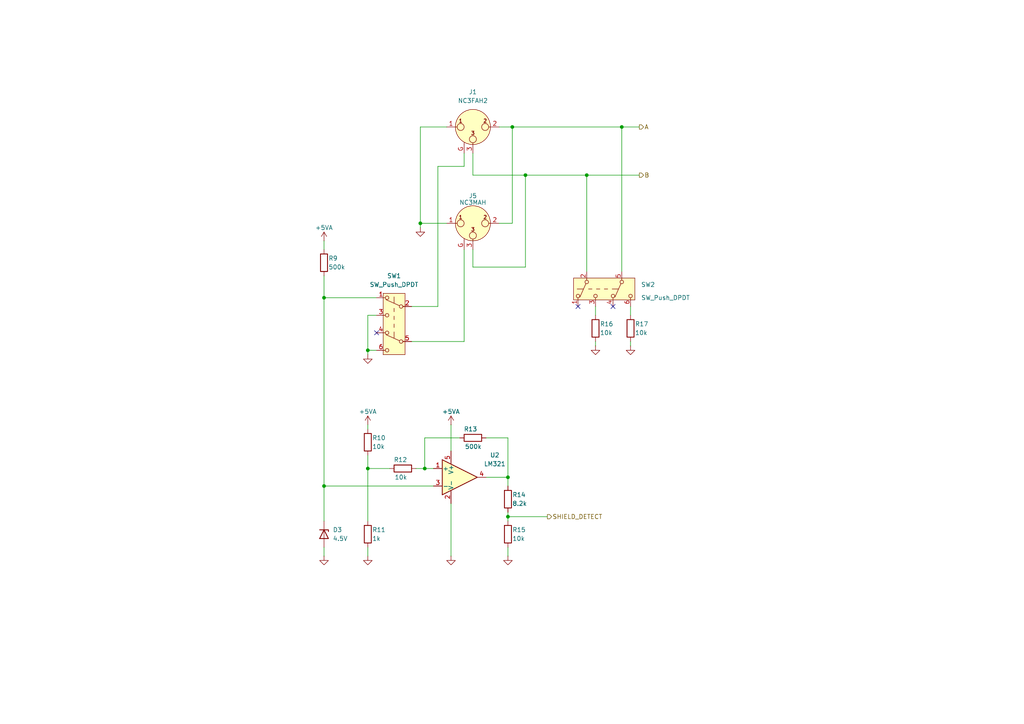
<source format=kicad_sch>
(kicad_sch (version 20250114) (generator "eeschema") (generator_version "9.0")
  (paper "A4")
  (lib_symbols
    (symbol "Amplifier_Operational:LM321" (pin_names (offset 0.127))
      (property "Reference" "U" (at 0 7.62 0))
      (property "Value" "LM321" (at 0 5.08 0))
      (symbol "LM321_0_1"
        (polyline (pts (xy -5.08 5.08) (xy 5.08 0) (xy -5.08 -5.08) (xy -5.08 5.08)) (stroke (width 0.254)) (fill (type background)))
      )
      (symbol "LM321_1_1"
        (pin input line (at -7.62 2.54 0) (length 2.54) (name "+") (number "1"))
        (pin input line (at -7.62 -2.54 0) (length 2.54) (name "-") (number "3"))
        (pin power_in line (at -2.54 7.62 270) (length 3.81) (name "V+") (number "5"))
        (pin power_in line (at -2.54 -7.62 90) (length 3.81) (name "V-") (number "2"))
        (pin output line (at 7.62 0 180) (length 2.54) (name "~") (number "4"))
      )
    )
    (symbol "Connector_Audio:NC3FAH2" (pin_names (hide yes))
      (property "Reference" "J" (at 0 8.89 0))
      (property "Value" "NC3FAH2" (at 0 6.35 0))
      (symbol "NC3FAH2_0_1"
        (polyline (pts (xy -5.08 0) (xy -4.572 0)))
        (circle (center -3.556 0) (radius 1.016))
        (polyline (pts (xy -2.54 -5.08) (xy -2.54 -4.445)))
        (circle (center 0 0) (radius 5.08) (fill (type background)))
        (circle (center 0 -3.556) (radius 1.016))
        (polyline (pts (xy 0 -5.08) (xy 0 -4.572)))
        (circle (center 3.556 0) (radius 1.016))
        (polyline (pts (xy 5.08 0) (xy 4.572 0)))
        (text "1" (at -3.556 1.778 0) (effects (font (size 1.016 1.016) (bold yes))))
        (text "3" (at 0 -1.778 0) (effects (font (size 1.016 1.016) (bold yes))))
        (text "2" (at 3.556 1.778 0) (effects (font (size 1.016 1.016) (bold yes))))
        (pin passive line (at -7.62 0 0) (length 2.54) (name "~") (number "1"))
        (pin passive line (at 0 -7.62 90) (length 2.54) (name "~") (number "3"))
        (pin passive line (at 7.62 0 180) (length 2.54) (name "~") (number "2"))
      )
      (symbol "NC3FAH2_1_1"
        (pin passive line (at -2.54 -7.62 90) (length 2.54) (name "~") (number "G"))
      )
    )
    (symbol "Connector_Audio:NC3MAH" (pin_names (hide yes))
      (property "Reference" "J" (at 0 8.89 0))
      (property "Value" "NC3MAH" (at 0 6.35 0))
      (symbol "NC3MAH_0_1"
        (polyline (pts (xy -5.08 0) (xy -4.572 0)))
        (circle (center -3.556 0) (radius 1.016))
        (polyline (pts (xy -2.54 -5.08) (xy -2.54 -4.445)))
        (circle (center 0 0) (radius 5.08) (fill (type background)))
        (circle (center 0 -3.556) (radius 1.016))
        (polyline (pts (xy 0 -5.08) (xy 0 -4.572)))
        (circle (center 3.556 0) (radius 1.016))
        (polyline (pts (xy 5.08 0) (xy 4.572 0)))
        (text "1" (at -3.556 1.778 0) (effects (font (size 1.016 1.016) (bold yes))))
        (text "3" (at 0 -1.778 0) (effects (font (size 1.016 1.016) (bold yes))))
        (text "2" (at 3.556 1.778 0) (effects (font (size 1.016 1.016) (bold yes))))
        (pin passive line (at -7.62 0 0) (length 2.54) (name "~") (number "1"))
        (pin passive line (at 0 -7.62 90) (length 2.54) (name "~") (number "3"))
        (pin passive line (at 7.62 0 180) (length 2.54) (name "~") (number "2"))
      )
      (symbol "NC3MAH_1_1"
        (pin passive line (at -2.54 -7.62 90) (length 2.54) (name "~") (number "G"))
      )
    )
    (symbol "Device:D_Zener" (pin_numbers (hide yes)) (pin_names (offset 1.016) (hide yes))
      (property "Reference" "D" (at 0 2.54 0))
      (property "Value" "D_Zener" (at 0 -2.54 0))
      (symbol "D_Zener_0_1"
        (polyline (pts (xy -1.27 -1.27) (xy -1.27 1.27) (xy -0.762 1.27)) (stroke (width 0.254)))
        (polyline (pts (xy 1.27 0) (xy -1.27 0)))
        (polyline (pts (xy 1.27 -1.27) (xy 1.27 1.27) (xy -1.27 0) (xy 1.27 -1.27)) (stroke (width 0.254)))
      )
      (symbol "D_Zener_1_1"
        (pin passive line (at -3.81 0 0) (length 2.54) (name "K") (number "1"))
        (pin passive line (at 3.81 0 180) (length 2.54) (name "A") (number "2"))
      )
    )
    (symbol "Device:R" (pin_numbers (hide yes)) (pin_names (offset 0))
      (property "Reference" "R" (at 2.032 0 90))
      (property "Value" "R" (at 0 0 90))
      (symbol "R_0_1"
        (rectangle (start -1.016 -2.54) (end 1.016 2.54) (stroke (width 0.254)))
      )
      (symbol "R_1_1"
        (pin passive line (at 0 3.81 270) (length 1.27) (name "~") (number "1"))
        (pin passive line (at 0 -3.81 90) (length 1.27) (name "~") (number "2"))
      )
    )
    (symbol "Switch:SW_Push_DPDT" (pin_names (offset 0) (hide yes))
      (property "Reference" "SW" (at 0 10.16 0))
      (property "Value" "SW_Push_DPDT" (at 0 -10.16 0))
      (symbol "SW_Push_DPDT_0_0"
        (circle (center -2.032 5.08) (radius 0.508))
        (circle (center -2.032 -5.08) (radius 0.508))
        (circle (center 2.032 2.54) (radius 0.508))
        (circle (center 2.032 -7.62) (radius 0.508))
      )
      (symbol "SW_Push_DPDT_0_1"
        (polyline (pts (xy -1.524 5.334) (xy 2.3368 7.0612)))
        (polyline (pts (xy -1.524 -4.826) (xy 2.3368 -3.0988)))
        (polyline (pts (xy 0 7.874) (xy 0 6.096)))
        (polyline (pts (xy 0 3.556) (xy 0 4.572)))
        (polyline (pts (xy 0 1.27) (xy 0 2.286)))
        (polyline (pts (xy 0 -1.016) (xy 0 0)))
        (polyline (pts (xy 0 -2.286) (xy 0 -4.064)))
        (circle (center 2.032 7.62) (radius 0.508))
        (circle (center 2.032 -2.54) (radius 0.508))
      )
      (symbol "SW_Push_DPDT_1_1"
        (rectangle (start -3.175 8.89) (end 3.175 -8.89) (fill (type background)))
        (pin passive line (at -5.08 5.08 0) (length 2.54) (name "B") (number "2"))
        (pin passive line (at -5.08 -5.08 0) (length 2.54) (name "B") (number "5"))
        (pin passive line (at 5.08 7.62 180) (length 2.54) (name "A") (number "1"))
        (pin passive line (at 5.08 2.54 180) (length 2.54) (name "C") (number "3"))
        (pin passive line (at 5.08 -2.54 180) (length 2.54) (name "A") (number "4"))
        (pin passive line (at 5.08 -7.62 180) (length 2.54) (name "C") (number "6"))
      )
    )
    (symbol "power:+5VA" (power) (pin_numbers (hide yes)) (pin_names (offset 0) (hide yes))
      (property "Value" "+5VA" (at 0 3.556 0))
      (symbol "+5VA_0_1"
        (polyline (pts (xy -0.762 1.27) (xy 0 2.54)))
        (polyline (pts (xy 0 2.54) (xy 0.762 1.27)))
        (polyline (pts (xy 0 0) (xy 0 2.54)))
      )
      (symbol "+5VA_1_1"
        (pin power_in line (at 0 0 90) (length 0) (name "~") (number "1"))
      )
    )
    (symbol "power:GND" (power) (pin_numbers (hide yes)) (pin_names (offset 0) (hide yes))
      (property "Value" "GND" (at 0 -3.81 0))
      (symbol "GND_0_1"
        (polyline (pts (xy 0 0) (xy 0 -1.27) (xy 1.27 -1.27) (xy 0 -2.54) (xy -1.27 -1.27) (xy 0 -1.27)))
      )
      (symbol "GND_1_1"
        (pin power_in line (at 0 0 270) (length 0) (name "~") (number "1"))
      )
    )
  )
  (junction (at 147.32 149.86))
  (junction (at 93.98 140.97))
  (junction (at 123.19 135.89))
  (junction (at 106.68 101.6))
  (junction (at 170.18 50.8))
  (junction (at 93.98 86.36))
  (junction (at 180.34 36.83))
  (junction (at 152.4 50.8))
  (junction (at 148.59 36.83))
  (junction (at 147.32 138.43))
  (junction (at 121.92 64.77))
  (junction (at 106.68 135.89))
  (no_connect (at 177.8 88.9))
  (no_connect (at 109.22 96.52))
  (no_connect (at 167.64 88.9))
  (wire (pts (xy 152.4 50.8) (xy 170.18 50.8)))
  (wire (pts (xy 119.38 99.06) (xy 134.62 99.06)))
  (wire (pts (xy 129.54 36.83) (xy 121.92 36.83)))
  (wire (pts (xy 93.98 140.97) (xy 125.73 140.97)))
  (wire (pts (xy 121.92 64.77) (xy 129.54 64.77)))
  (wire (pts (xy 106.68 135.89) (xy 106.68 132.08)))
  (wire (pts (xy 172.72 99.06) (xy 172.72 100.33)))
  (wire (pts (xy 140.97 127) (xy 147.32 127)))
  (wire (pts (xy 127 48.26) (xy 134.62 48.26)))
  (wire (pts (xy 147.32 158.75) (xy 147.32 161.29)))
  (wire (pts (xy 137.16 50.8) (xy 137.16 44.45)))
  (wire (pts (xy 182.88 99.06) (xy 182.88 100.33)))
  (wire (pts (xy 123.19 127) (xy 123.19 135.89)))
  (wire (pts (xy 127 88.9) (xy 127 48.26)))
  (wire (pts (xy 147.32 138.43) (xy 147.32 140.97)))
  (wire (pts (xy 147.32 138.43) (xy 140.97 138.43)))
  (wire (pts (xy 106.68 91.44) (xy 106.68 101.6)))
  (wire (pts (xy 93.98 140.97) (xy 93.98 151.13)))
  (wire (pts (xy 121.92 36.83) (xy 121.92 64.77)))
  (wire (pts (xy 147.32 149.86) (xy 147.32 151.13)))
  (wire (pts (xy 148.59 36.83) (xy 144.78 36.83)))
  (wire (pts (xy 134.62 99.06) (xy 134.62 72.39)))
  (wire (pts (xy 121.92 64.77) (xy 121.92 66.04)))
  (wire (pts (xy 93.98 69.85) (xy 93.98 72.39)))
  (wire (pts (xy 180.34 36.83) (xy 180.34 78.74)))
  (wire (pts (xy 148.59 64.77) (xy 148.59 36.83)))
  (wire (pts (xy 106.68 135.89) (xy 106.68 151.13)))
  (wire (pts (xy 152.4 77.47) (xy 152.4 50.8)))
  (wire (pts (xy 93.98 86.36) (xy 93.98 80.01)))
  (wire (pts (xy 134.62 48.26) (xy 134.62 44.45)))
  (wire (pts (xy 106.68 158.75) (xy 106.68 161.29)))
  (wire (pts (xy 180.34 36.83) (xy 185.42 36.83)))
  (wire (pts (xy 93.98 86.36) (xy 109.22 86.36)))
  (wire (pts (xy 133.35 127) (xy 123.19 127)))
  (wire (pts (xy 170.18 50.8) (xy 185.42 50.8)))
  (wire (pts (xy 130.81 146.05) (xy 130.81 161.29)))
  (wire (pts (xy 172.72 88.9) (xy 172.72 91.44)))
  (wire (pts (xy 182.88 88.9) (xy 182.88 91.44)))
  (wire (pts (xy 106.68 101.6) (xy 106.68 102.87)))
  (wire (pts (xy 144.78 64.77) (xy 148.59 64.77)))
  (wire (pts (xy 106.68 101.6) (xy 109.22 101.6)))
  (wire (pts (xy 147.32 148.59) (xy 147.32 149.86)))
  (wire (pts (xy 123.19 135.89) (xy 125.73 135.89)))
  (wire (pts (xy 170.18 50.8) (xy 170.18 78.74)))
  (wire (pts (xy 113.03 135.89) (xy 106.68 135.89)))
  (wire (pts (xy 120.65 135.89) (xy 123.19 135.89)))
  (wire (pts (xy 148.59 36.83) (xy 180.34 36.83)))
  (wire (pts (xy 130.81 123.19) (xy 130.81 130.81)))
  (wire (pts (xy 106.68 123.19) (xy 106.68 124.46)))
  (wire (pts (xy 137.16 72.39) (xy 137.16 77.47)))
  (wire (pts (xy 93.98 158.75) (xy 93.98 161.29)))
  (wire (pts (xy 152.4 50.8) (xy 137.16 50.8)))
  (wire (pts (xy 137.16 77.47) (xy 152.4 77.47)))
  (wire (pts (xy 147.32 149.86) (xy 158.75 149.86)))
  (wire (pts (xy 93.98 86.36) (xy 93.98 140.97)))
  (wire (pts (xy 127 88.9) (xy 119.38 88.9)))
  (wire (pts (xy 147.32 127) (xy 147.32 138.43)))
  (wire (pts (xy 109.22 91.44) (xy 106.68 91.44)))
  (hierarchical_label "SHIELD_DETECT" (shape output) (at 158.75 149.86 0))
  (hierarchical_label "A" (shape output) (at 185.42 36.83 0))
  (hierarchical_label "B" (shape output) (at 185.42 50.8 0))
  (symbol (lib_id "power:GND") (at 106.68 161.29 0) (unit 1)
    (property "Reference" "#PWR022" (effects (hide yes)))
    (property "Value" "GND" (effects (hide yes)))
    (property "Description" "Power symbol creates a global label with name \"GND\" , ground" (effects (hide yes)))
  )
  (symbol (lib_id "Amplifier_Operational:LM321") (at 133.35 138.43 0) (unit 1)
    (property "Reference" "U2" (at 143.51 132.0098 0))
    (property "Value" "LM321" (at 143.51 134.5498 0))
    (property "Footprint" "Package_TO_SOT_SMD:SOT-23-5" (effects (hide yes)))
    (property "Datasheet" "http://www.ti.com/lit/ds/symlink/lm321.pdf" (effects (hide yes)))
    (property "Description" "Low Power Single Operational Amplifier, SOT-23-5" (effects (hide yes)))
  )
  (symbol (lib_id "power:+5VA") (at 93.98 69.85 0) (unit 1)
    (property "Reference" "#PWR021" (effects (hide yes)))
    (property "Value" "+5VA" (at 93.98 66.04 0))
    (property "Description" "Power symbol creates a global label with name \"+5VA\"" (effects (hide yes)))
  )
  (symbol (lib_id "Device:R") (at 137.16 127 270) (unit 1)
    (property "Reference" "R13" (at 138.43 124.46 90) (effects (justify right)))
    (property "Value" "500k" (at 139.7 129.54 90) (effects (justify right)))
    (property "Description" "Resistor" (effects (hide yes)))
  )
  (symbol (lib_id "Connector_Audio:NC3FAH2") (at 137.16 36.83 0) (unit 1)
    (property "Reference" "J1" (at 137.16 26.67 0))
    (property "Value" "NC3FAH2" (at 137.16 29.21 0))
    (property "Footprint" "Connector_Audio:Jack_XLR_Neutrik_NC3FAH2_Horizontal" (effects (hide yes)))
    (property "Datasheet" "https://www.neutrik.com/en/product/nc3fah2" (effects (hide yes)))
    (property "Description" "A Series, 3 pole female XLR receptacle, grounding: separate ground contact to mating connector shell and front panel, horizontal PCB mount" (effects (hide yes)))
  )
  (symbol (lib_id "Device:R") (at 147.32 154.94 180) (unit 1)
    (property "Reference" "R15" (at 148.59 153.67 0) (effects (justify right)))
    (property "Value" "10k" (at 148.59 156.21 0) (effects (justify right)))
    (property "Description" "Resistor" (effects (hide yes)))
  )
  (symbol (lib_id "Device:R") (at 172.72 95.25 180) (unit 1)
    (property "Reference" "R16" (at 173.99 93.98 0) (effects (justify right)))
    (property "Value" "10k" (at 173.99 96.52 0) (effects (justify right)))
    (property "Description" "Resistor" (effects (hide yes)))
  )
  (symbol (lib_id "Switch:SW_Push_DPDT") (at 175.26 83.82 90) (mirror x) (unit 1)
    (property "Reference" "SW2" (at 187.96 82.55 90))
    (property "Value" "SW_Push_DPDT" (at 193.04 86.36 90))
    (property "Description" "Momentary Switch, dual pole double throw" (effects (hide yes)))
    (property "Part" "SLW-108645-4A-RA-D" (effects (hide yes)))
    (property "Purpose" "Load" (effects (hide yes)))
  )
  (symbol (lib_id "power:GND") (at 106.68 102.87 0) (unit 1)
    (property "Reference" "#PWR024" (effects (hide yes)))
    (property "Value" "GND" (effects (hide yes)))
    (property "Description" "Power symbol creates a global label with name \"GND\" , ground" (effects (hide yes)))
  )
  (symbol (lib_id "power:GND") (at 130.81 161.29 0) (unit 1)
    (property "Reference" "#PWR026" (effects (hide yes)))
    (property "Value" "GND" (effects (hide yes)))
    (property "Description" "Power symbol creates a global label with name \"GND\" , ground" (effects (hide yes)))
  )
  (symbol (lib_id "power:GND") (at 172.72 100.33 0) (unit 1)
    (property "Reference" "#PWR028" (effects (hide yes)))
    (property "Value" "GND" (effects (hide yes)))
    (property "Description" "Power symbol creates a global label with name \"GND\" , ground" (effects (hide yes)))
  )
  (symbol (lib_id "Device:R") (at 106.68 154.94 180) (unit 1)
    (property "Reference" "R11" (at 107.95 153.67 0) (effects (justify right)))
    (property "Value" "1k" (at 107.95 156.21 0) (effects (justify right)))
    (property "Description" "Resistor" (effects (hide yes)))
  )
  (symbol (lib_id "Device:R") (at 182.88 95.25 180) (unit 1)
    (property "Reference" "R17" (at 184.15 93.98 0) (effects (justify right)))
    (property "Value" "10k" (at 184.15 96.52 0) (effects (justify right)))
    (property "Description" "Resistor" (effects (hide yes)))
  )
  (symbol (lib_id "Connector_Audio:NC3MAH") (at 137.16 64.77 0) (unit 1)
    (property "Reference" "J5" (at 137.16 56.8071 0))
    (property "Value" "NC3MAH" (at 137.16 58.7281 0))
    (property "Footprint" "Library:Jack_XLR_Neutrik_NC3MAH_Horizontal" (effects (hide yes)))
    (property "Datasheet" "https://www.neutrik.com/en/product/nc3mah" (effects (hide yes)))
    (property "Part" "NC3MAH" (effects (hide yes)))
    (property "Shop" "https://eu.mouser.com/ProductDetail/Neutrik/NC3MAH?qs=MO8z%252B%252BLepAHrH1t47qrfbA%3D%3D" (effects (hide yes)))
  )
  (symbol (lib_id "power:GND") (at 121.92 66.04 0) (unit 1)
    (property "Reference" "#PWR019" (effects (hide yes)))
    (property "Value" "GND" (effects (hide yes)))
    (property "Description" "Power symbol creates a global label with name \"GND\" , ground" (effects (hide yes)))
  )
  (symbol (lib_id "power:GND") (at 182.88 100.33 0) (unit 1)
    (property "Reference" "#PWR029" (effects (hide yes)))
    (property "Value" "GND" (effects (hide yes)))
    (property "Description" "Power symbol creates a global label with name \"GND\" , ground" (effects (hide yes)))
  )
  (symbol (lib_id "Device:R") (at 147.32 144.78 180) (unit 1)
    (property "Reference" "R14" (at 148.59 143.51 0) (effects (justify right)))
    (property "Value" "8.2k" (at 148.59 146.05 0) (effects (justify right)))
    (property "Description" "Resistor" (effects (hide yes)))
  )
  (symbol (lib_id "power:+5VA") (at 106.68 123.19 0) (unit 1)
    (property "Reference" "#PWR023" (effects (hide yes)))
    (property "Value" "+5VA" (at 106.68 119.38 0))
    (property "Description" "Power symbol creates a global label with name \"+5VA\"" (effects (hide yes)))
  )
  (symbol (lib_id "Device:R") (at 116.84 135.89 270) (unit 1)
    (property "Reference" "R12" (at 118.11 133.35 90) (effects (justify right)))
    (property "Value" "10k" (at 118.11 138.43 90) (effects (justify right)))
    (property "Description" "Resistor" (effects (hide yes)))
  )
  (symbol (lib_id "power:GND") (at 93.98 161.29 0) (unit 1)
    (property "Reference" "#PWR020" (effects (hide yes)))
    (property "Value" "GND" (effects (hide yes)))
    (property "Description" "Power symbol creates a global label with name \"GND\" , ground" (effects (hide yes)))
  )
  (symbol (lib_id "Device:R") (at 93.98 76.2 180) (unit 1)
    (property "Reference" "R9" (at 95.25 74.93 0) (effects (justify right)))
    (property "Value" "500k" (at 95.25 77.47 0) (effects (justify right)))
    (property "Description" "Resistor" (effects (hide yes)))
  )
  (symbol (lib_id "power:+5VA") (at 130.81 123.19 0) (unit 1)
    (property "Reference" "#PWR025" (effects (hide yes)))
    (property "Value" "+5VA" (at 130.81 119.38 0))
    (property "Description" "Power symbol creates a global label with name \"+5VA\"" (effects (hide yes)))
  )
  (symbol (lib_id "Switch:SW_Push_DPDT") (at 114.3 93.98 0) (mirror y) (unit 1)
    (property "Reference" "SW1" (at 114.3 80.01 0))
    (property "Value" "SW_Push_DPDT" (at 114.3 82.55 0))
    (property "Description" "Momentary Switch, dual pole double throw" (effects (hide yes)))
    (property "Part" "SLW-108645-4A-RA-D" (effects (hide yes)))
    (property "Purpose" "Ground shield" (effects (hide yes)))
  )
  (symbol (lib_id "power:GND") (at 147.32 161.29 0) (unit 1)
    (property "Reference" "#PWR027" (effects (hide yes)))
    (property "Value" "GND" (effects (hide yes)))
    (property "Description" "Power symbol creates a global label with name \"GND\" , ground" (effects (hide yes)))
  )
  (symbol (lib_id "Device:R") (at 106.68 128.27 180) (unit 1)
    (property "Reference" "R10" (at 107.95 127 0) (effects (justify right)))
    (property "Value" "10k" (at 107.95 129.54 0) (effects (justify right)))
    (property "Description" "Resistor" (effects (hide yes)))
  )
  (symbol (lib_id "Device:D_Zener") (at 93.98 154.94 270) (unit 1)
    (property "Reference" "D3" (at 96.52 153.6699 90) (effects (justify left)))
    (property "Value" "4.5V" (at 96.52 156.2099 90) (effects (justify left)))
    (property "Description" "Zener diode" (effects (hide yes)))
  )
)
</source>
